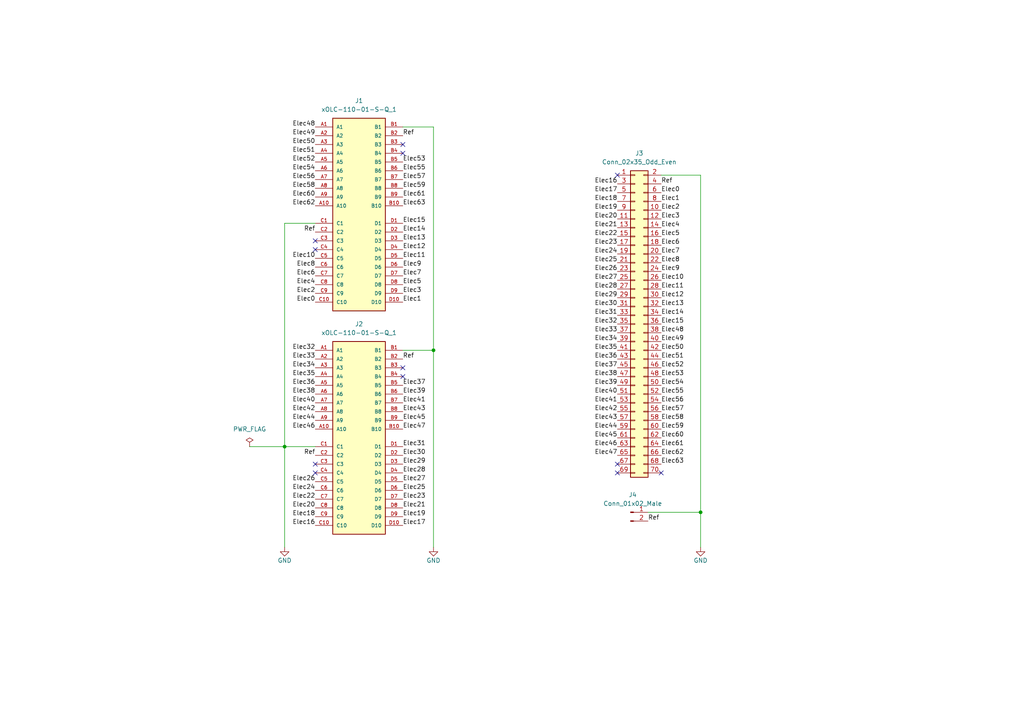
<source format=kicad_sch>
(kicad_sch (version 20230121) (generator eeschema)
  (paper "A4")
  (title_block (title "EIB for Neuronexus A64 probes") (rev "B") (company "Open Ephys, Inc.") (comment 1 "Jonathan P. Newman"))
  (lib_symbols
    (symbol "Connector:Conn_01x02_Male" (pin_names (offset 1.016) hide)
      (property "Reference" "J" (at 0 2.54 0))
      (property "Value" "Conn_01x02_Male" (at 0 -5.08 0))
      (symbol "Conn_01x02_Male_1_1"
        (polyline (pts (xy 1.27 -2.54) (xy 0.8636 -2.54)) (stroke (width 0.1524)))
        (polyline (pts (xy 1.27 0) (xy 0.8636 0)) (stroke (width 0.1524)))
        (rectangle (start 0.8636 -2.413) (end 0 -2.667) (stroke (width 0.1524)) (fill (type outline)))
        (rectangle (start 0.8636 0.127) (end 0 -0.127) (stroke (width 0.1524)) (fill (type outline)))
        (pin passive line (at 5.08 0 180) (length 3.81) (name "Pin_1") (number "1"))
        (pin passive line (at 5.08 -2.54 180) (length 3.81) (name "Pin_2") (number "2"))
      )
    )
    (symbol "Connector_Generic:Conn_02x35_Odd_Even" (pin_names (offset 1.016) hide)
      (property "Reference" "J" (at 1.27 45.72 0))
      (property "Value" "Conn_02x35_Odd_Even" (at 1.27 -45.72 0))
      (symbol "Conn_02x35_Odd_Even_1_1"
        (rectangle (start -1.27 -43.053) (end 0 -43.307) (stroke (width 0.1524)))
        (rectangle (start -1.27 -40.513) (end 0 -40.767) (stroke (width 0.1524)))
        (rectangle (start -1.27 -37.973) (end 0 -38.227) (stroke (width 0.1524)))
        (rectangle (start -1.27 -35.433) (end 0 -35.687) (stroke (width 0.1524)))
        (rectangle (start -1.27 -32.893) (end 0 -33.147) (stroke (width 0.1524)))
        (rectangle (start -1.27 -30.353) (end 0 -30.607) (stroke (width 0.1524)))
        (rectangle (start -1.27 -27.813) (end 0 -28.067) (stroke (width 0.1524)))
        (rectangle (start -1.27 -25.273) (end 0 -25.527) (stroke (width 0.1524)))
        (rectangle (start -1.27 -22.733) (end 0 -22.987) (stroke (width 0.1524)))
        (rectangle (start -1.27 -20.193) (end 0 -20.447) (stroke (width 0.1524)))
        (rectangle (start -1.27 -17.653) (end 0 -17.907) (stroke (width 0.1524)))
        (rectangle (start -1.27 -15.113) (end 0 -15.367) (stroke (width 0.1524)))
        (rectangle (start -1.27 -12.573) (end 0 -12.827) (stroke (width 0.1524)))
        (rectangle (start -1.27 -10.033) (end 0 -10.287) (stroke (width 0.1524)))
        (rectangle (start -1.27 -7.493) (end 0 -7.747) (stroke (width 0.1524)))
        (rectangle (start -1.27 -4.953) (end 0 -5.207) (stroke (width 0.1524)))
        (rectangle (start -1.27 -2.413) (end 0 -2.667) (stroke (width 0.1524)))
        (rectangle (start -1.27 0.127) (end 0 -0.127) (stroke (width 0.1524)))
        (rectangle (start -1.27 2.667) (end 0 2.413) (stroke (width 0.1524)))
        (rectangle (start -1.27 5.207) (end 0 4.953) (stroke (width 0.1524)))
        (rectangle (start -1.27 7.747) (end 0 7.493) (stroke (width 0.1524)))
        (rectangle (start -1.27 10.287) (end 0 10.033) (stroke (width 0.1524)))
        (rectangle (start -1.27 12.827) (end 0 12.573) (stroke (width 0.1524)))
        (rectangle (start -1.27 15.367) (end 0 15.113) (stroke (width 0.1524)))
        (rectangle (start -1.27 17.907) (end 0 17.653) (stroke (width 0.1524)))
        (rectangle (start -1.27 20.447) (end 0 20.193) (stroke (width 0.1524)))
        (rectangle (start -1.27 22.987) (end 0 22.733) (stroke (width 0.1524)))
        (rectangle (start -1.27 25.527) (end 0 25.273) (stroke (width 0.1524)))
        (rectangle (start -1.27 28.067) (end 0 27.813) (stroke (width 0.1524)))
        (rectangle (start -1.27 30.607) (end 0 30.353) (stroke (width 0.1524)))
        (rectangle (start -1.27 33.147) (end 0 32.893) (stroke (width 0.1524)))
        (rectangle (start -1.27 35.687) (end 0 35.433) (stroke (width 0.1524)))
        (rectangle (start -1.27 38.227) (end 0 37.973) (stroke (width 0.1524)))
        (rectangle (start -1.27 40.767) (end 0 40.513) (stroke (width 0.1524)))
        (rectangle (start -1.27 43.307) (end 0 43.053) (stroke (width 0.1524)))
        (rectangle (start -1.27 44.45) (end 3.81 -44.45) (stroke (width 0.254)) (fill (type background)))
        (rectangle (start 3.81 -43.053) (end 2.54 -43.307) (stroke (width 0.1524)))
        (rectangle (start 3.81 -40.513) (end 2.54 -40.767) (stroke (width 0.1524)))
        (rectangle (start 3.81 -37.973) (end 2.54 -38.227) (stroke (width 0.1524)))
        (rectangle (start 3.81 -35.433) (end 2.54 -35.687) (stroke (width 0.1524)))
        (rectangle (start 3.81 -32.893) (end 2.54 -33.147) (stroke (width 0.1524)))
        (rectangle (start 3.81 -30.353) (end 2.54 -30.607) (stroke (width 0.1524)))
        (rectangle (start 3.81 -27.813) (end 2.54 -28.067) (stroke (width 0.1524)))
        (rectangle (start 3.81 -25.273) (end 2.54 -25.527) (stroke (width 0.1524)))
        (rectangle (start 3.81 -22.733) (end 2.54 -22.987) (stroke (width 0.1524)))
        (rectangle (start 3.81 -20.193) (end 2.54 -20.447) (stroke (width 0.1524)))
        (rectangle (start 3.81 -17.653) (end 2.54 -17.907) (stroke (width 0.1524)))
        (rectangle (start 3.81 -15.113) (end 2.54 -15.367) (stroke (width 0.1524)))
        (rectangle (start 3.81 -12.573) (end 2.54 -12.827) (stroke (width 0.1524)))
        (rectangle (start 3.81 -10.033) (end 2.54 -10.287) (stroke (width 0.1524)))
        (rectangle (start 3.81 -7.493) (end 2.54 -7.747) (stroke (width 0.1524)))
        (rectangle (start 3.81 -4.953) (end 2.54 -5.207) (stroke (width 0.1524)))
        (rectangle (start 3.81 -2.413) (end 2.54 -2.667) (stroke (width 0.1524)))
        (rectangle (start 3.81 0.127) (end 2.54 -0.127) (stroke (width 0.1524)))
        (rectangle (start 3.81 2.667) (end 2.54 2.413) (stroke (width 0.1524)))
        (rectangle (start 3.81 5.207) (end 2.54 4.953) (stroke (width 0.1524)))
        (rectangle (start 3.81 7.747) (end 2.54 7.493) (stroke (width 0.1524)))
        (rectangle (start 3.81 10.287) (end 2.54 10.033) (stroke (width 0.1524)))
        (rectangle (start 3.81 12.827) (end 2.54 12.573) (stroke (width 0.1524)))
        (rectangle (start 3.81 15.367) (end 2.54 15.113) (stroke (width 0.1524)))
        (rectangle (start 3.81 17.907) (end 2.54 17.653) (stroke (width 0.1524)))
        (rectangle (start 3.81 20.447) (end 2.54 20.193) (stroke (width 0.1524)))
        (rectangle (start 3.81 22.987) (end 2.54 22.733) (stroke (width 0.1524)))
        (rectangle (start 3.81 25.527) (end 2.54 25.273) (stroke (width 0.1524)))
        (rectangle (start 3.81 28.067) (end 2.54 27.813) (stroke (width 0.1524)))
        (rectangle (start 3.81 30.607) (end 2.54 30.353) (stroke (width 0.1524)))
        (rectangle (start 3.81 33.147) (end 2.54 32.893) (stroke (width 0.1524)))
        (rectangle (start 3.81 35.687) (end 2.54 35.433) (stroke (width 0.1524)))
        (rectangle (start 3.81 38.227) (end 2.54 37.973) (stroke (width 0.1524)))
        (rectangle (start 3.81 40.767) (end 2.54 40.513) (stroke (width 0.1524)))
        (rectangle (start 3.81 43.307) (end 2.54 43.053) (stroke (width 0.1524)))
        (pin passive line (at -5.08 43.18 0) (length 3.81) (name "Pin_1") (number "1"))
        (pin passive line (at 7.62 33.02 180) (length 3.81) (name "Pin_10") (number "10"))
        (pin passive line (at -5.08 30.48 0) (length 3.81) (name "Pin_11") (number "11"))
        (pin passive line (at 7.62 30.48 180) (length 3.81) (name "Pin_12") (number "12"))
        (pin passive line (at -5.08 27.94 0) (length 3.81) (name "Pin_13") (number "13"))
        (pin passive line (at 7.62 27.94 180) (length 3.81) (name "Pin_14") (number "14"))
        (pin passive line (at -5.08 25.4 0) (length 3.81) (name "Pin_15") (number "15"))
        (pin passive line (at 7.62 25.4 180) (length 3.81) (name "Pin_16") (number "16"))
        (pin passive line (at -5.08 22.86 0) (length 3.81) (name "Pin_17") (number "17"))
        (pin passive line (at 7.62 22.86 180) (length 3.81) (name "Pin_18") (number "18"))
        (pin passive line (at -5.08 20.32 0) (length 3.81) (name "Pin_19") (number "19"))
        (pin passive line (at 7.62 43.18 180) (length 3.81) (name "Pin_2") (number "2"))
        (pin passive line (at 7.62 20.32 180) (length 3.81) (name "Pin_20") (number "20"))
        (pin passive line (at -5.08 17.78 0) (length 3.81) (name "Pin_21") (number "21"))
        (pin passive line (at 7.62 17.78 180) (length 3.81) (name "Pin_22") (number "22"))
        (pin passive line (at -5.08 15.24 0) (length 3.81) (name "Pin_23") (number "23"))
        (pin passive line (at 7.62 15.24 180) (length 3.81) (name "Pin_24") (number "24"))
        (pin passive line (at -5.08 12.7 0) (length 3.81) (name "Pin_25") (number "25"))
        (pin passive line (at 7.62 12.7 180) (length 3.81) (name "Pin_26") (number "26"))
        (pin passive line (at -5.08 10.16 0) (length 3.81) (name "Pin_27") (number "27"))
        (pin passive line (at 7.62 10.16 180) (length 3.81) (name "Pin_28") (number "28"))
        (pin passive line (at -5.08 7.62 0) (length 3.81) (name "Pin_29") (number "29"))
        (pin passive line (at -5.08 40.64 0) (length 3.81) (name "Pin_3") (number "3"))
        (pin passive line (at 7.62 7.62 180) (length 3.81) (name "Pin_30") (number "30"))
        (pin passive line (at -5.08 5.08 0) (length 3.81) (name "Pin_31") (number "31"))
        (pin passive line (at 7.62 5.08 180) (length 3.81) (name "Pin_32") (number "32"))
        (pin passive line (at -5.08 2.54 0) (length 3.81) (name "Pin_33") (number "33"))
        (pin passive line (at 7.62 2.54 180) (length 3.81) (name "Pin_34") (number "34"))
        (pin passive line (at -5.08 0 0) (length 3.81) (name "Pin_35") (number "35"))
        (pin passive line (at 7.62 0 180) (length 3.81) (name "Pin_36") (number "36"))
        (pin passive line (at -5.08 -2.54 0) (length 3.81) (name "Pin_37") (number "37"))
        (pin passive line (at 7.62 -2.54 180) (length 3.81) (name "Pin_38") (number "38"))
        (pin passive line (at -5.08 -5.08 0) (length 3.81) (name "Pin_39") (number "39"))
        (pin passive line (at 7.62 40.64 180) (length 3.81) (name "Pin_4") (number "4"))
        (pin passive line (at 7.62 -5.08 180) (length 3.81) (name "Pin_40") (number "40"))
        (pin passive line (at -5.08 -7.62 0) (length 3.81) (name "Pin_41") (number "41"))
        (pin passive line (at 7.62 -7.62 180) (length 3.81) (name "Pin_42") (number "42"))
        (pin passive line (at -5.08 -10.16 0) (length 3.81) (name "Pin_43") (number "43"))
        (pin passive line (at 7.62 -10.16 180) (length 3.81) (name "Pin_44") (number "44"))
        (pin passive line (at -5.08 -12.7 0) (length 3.81) (name "Pin_45") (number "45"))
        (pin passive line (at 7.62 -12.7 180) (length 3.81) (name "Pin_46") (number "46"))
        (pin passive line (at -5.08 -15.24 0) (length 3.81) (name "Pin_47") (number "47"))
        (pin passive line (at 7.62 -15.24 180) (length 3.81) (name "Pin_48") (number "48"))
        (pin passive line (at -5.08 -17.78 0) (length 3.81) (name "Pin_49") (number "49"))
        (pin passive line (at -5.08 38.1 0) (length 3.81) (name "Pin_5") (number "5"))
        (pin passive line (at 7.62 -17.78 180) (length 3.81) (name "Pin_50") (number "50"))
        (pin passive line (at -5.08 -20.32 0) (length 3.81) (name "Pin_51") (number "51"))
        (pin passive line (at 7.62 -20.32 180) (length 3.81) (name "Pin_52") (number "52"))
        (pin passive line (at -5.08 -22.86 0) (length 3.81) (name "Pin_53") (number "53"))
        (pin passive line (at 7.62 -22.86 180) (length 3.81) (name "Pin_54") (number "54"))
        (pin passive line (at -5.08 -25.4 0) (length 3.81) (name "Pin_55") (number "55"))
        (pin passive line (at 7.62 -25.4 180) (length 3.81) (name "Pin_56") (number "56"))
        (pin passive line (at -5.08 -27.94 0) (length 3.81) (name "Pin_57") (number "57"))
        (pin passive line (at 7.62 -27.94 180) (length 3.81) (name "Pin_58") (number "58"))
        (pin passive line (at -5.08 -30.48 0) (length 3.81) (name "Pin_59") (number "59"))
        (pin passive line (at 7.62 38.1 180) (length 3.81) (name "Pin_6") (number "6"))
        (pin passive line (at 7.62 -30.48 180) (length 3.81) (name "Pin_60") (number "60"))
        (pin passive line (at -5.08 -33.02 0) (length 3.81) (name "Pin_61") (number "61"))
        (pin passive line (at 7.62 -33.02 180) (length 3.81) (name "Pin_62") (number "62"))
        (pin passive line (at -5.08 -35.56 0) (length 3.81) (name "Pin_63") (number "63"))
        (pin passive line (at 7.62 -35.56 180) (length 3.81) (name "Pin_64") (number "64"))
        (pin passive line (at -5.08 -38.1 0) (length 3.81) (name "Pin_65") (number "65"))
        (pin passive line (at 7.62 -38.1 180) (length 3.81) (name "Pin_66") (number "66"))
        (pin passive line (at -5.08 -40.64 0) (length 3.81) (name "Pin_67") (number "67"))
        (pin passive line (at 7.62 -40.64 180) (length 3.81) (name "Pin_68") (number "68"))
        (pin passive line (at -5.08 -43.18 0) (length 3.81) (name "Pin_69") (number "69"))
        (pin passive line (at -5.08 35.56 0) (length 3.81) (name "Pin_7") (number "7"))
        (pin passive line (at 7.62 -43.18 180) (length 3.81) (name "Pin_70") (number "70"))
        (pin passive line (at 7.62 35.56 180) (length 3.81) (name "Pin_8") (number "8"))
        (pin passive line (at -5.08 33.02 0) (length 3.81) (name "Pin_9") (number "9"))
      )
    )
    (symbol "jonnew:xOLC-110-01-S-Q_1" (pin_names (offset 1.016))
      (property "Reference" "J" (at -8.128 29.0576 0))
      (property "Value" "xOLC-110-01-S-Q_1" (at -7.62 -30.48 0))
      (symbol "xOLC-110-01-S-Q_1_0_0"
        (rectangle (start -7.62 -27.94) (end 7.62 27.94) (stroke (width 0.254)) (fill (type background)))
        (pin passive line (at -12.7 25.4 0) (length 5.08) (name "A1") (number "A1"))
        (pin passive line (at -12.7 2.54 0) (length 5.08) (name "A10") (number "A10"))
        (pin passive line (at -12.7 22.86 0) (length 5.08) (name "A2") (number "A2"))
        (pin passive line (at -12.7 20.32 0) (length 5.08) (name "A3") (number "A3"))
        (pin passive line (at -12.7 17.78 0) (length 5.08) (name "A4") (number "A4"))
        (pin passive line (at -12.7 15.24 0) (length 5.08) (name "A5") (number "A5"))
        (pin passive line (at -12.7 12.7 0) (length 5.08) (name "A6") (number "A6"))
        (pin passive line (at -12.7 10.16 0) (length 5.08) (name "A7") (number "A7"))
        (pin passive line (at -12.7 7.62 0) (length 5.08) (name "A8") (number "A8"))
        (pin passive line (at -12.7 5.08 0) (length 5.08) (name "A9") (number "A9"))
        (pin passive line (at 12.7 25.4 180) (length 5.08) (name "B1") (number "B1"))
        (pin passive line (at 12.7 2.54 180) (length 5.08) (name "B10") (number "B10"))
        (pin passive line (at 12.7 22.86 180) (length 5.08) (name "B2") (number "B2"))
        (pin passive line (at 12.7 20.32 180) (length 5.08) (name "B3") (number "B3"))
        (pin passive line (at 12.7 17.78 180) (length 5.08) (name "B4") (number "B4"))
        (pin passive line (at 12.7 15.24 180) (length 5.08) (name "B5") (number "B5"))
        (pin passive line (at 12.7 12.7 180) (length 5.08) (name "B6") (number "B6"))
        (pin passive line (at 12.7 10.16 180) (length 5.08) (name "B7") (number "B7"))
        (pin passive line (at 12.7 7.62 180) (length 5.08) (name "B8") (number "B8"))
        (pin passive line (at 12.7 5.08 180) (length 5.08) (name "B9") (number "B9"))
        (pin passive line (at -12.7 -2.54 0) (length 5.08) (name "C1") (number "C1"))
        (pin passive line (at -12.7 -25.4 0) (length 5.08) (name "C10") (number "C10"))
        (pin passive line (at -12.7 -5.08 0) (length 5.08) (name "C2") (number "C2"))
        (pin passive line (at -12.7 -7.62 0) (length 5.08) (name "C3") (number "C3"))
        (pin passive line (at -12.7 -10.16 0) (length 5.08) (name "C4") (number "C4"))
        (pin passive line (at -12.7 -12.7 0) (length 5.08) (name "C5") (number "C5"))
        (pin passive line (at -12.7 -15.24 0) (length 5.08) (name "C6") (number "C6"))
        (pin passive line (at -12.7 -17.78 0) (length 5.08) (name "C7") (number "C7"))
        (pin passive line (at -12.7 -20.32 0) (length 5.08) (name "C8") (number "C8"))
        (pin passive line (at -12.7 -22.86 0) (length 5.08) (name "C9") (number "C9"))
        (pin passive line (at 12.7 -2.54 180) (length 5.08) (name "D1") (number "D1"))
        (pin passive line (at 12.7 -25.4 180) (length 5.08) (name "D10") (number "D10"))
        (pin passive line (at 12.7 -5.08 180) (length 5.08) (name "D2") (number "D2"))
        (pin passive line (at 12.7 -7.62 180) (length 5.08) (name "D3") (number "D3"))
        (pin passive line (at 12.7 -10.16 180) (length 5.08) (name "D4") (number "D4"))
        (pin passive line (at 12.7 -12.7 180) (length 5.08) (name "D5") (number "D5"))
        (pin passive line (at 12.7 -15.24 180) (length 5.08) (name "D6") (number "D6"))
        (pin passive line (at 12.7 -17.78 180) (length 5.08) (name "D7") (number "D7"))
        (pin passive line (at 12.7 -20.32 180) (length 5.08) (name "D8") (number "D8"))
        (pin passive line (at 12.7 -22.86 180) (length 5.08) (name "D9") (number "D9"))
      )
    )
    (symbol "power:GND" (power) (pin_names (offset 0))
      (property "Value" "GND" (at 0 -3.81 0))
      (symbol "GND_0_1"
        (polyline (pts (xy 0 0) (xy 0 -1.27) (xy 1.27 -1.27) (xy 0 -2.54) (xy -1.27 -1.27) (xy 0 -1.27)))
      )
      (symbol "GND_1_1"
        (pin power_in line (at 0 0 270) (length 0) hide (name "GND") (number "1"))
      )
    )
    (symbol "power:PWR_FLAG" (power) (pin_numbers hide) (pin_names (offset 0) hide)
      (property "Value" "PWR_FLAG" (at 0 3.81 0))
      (symbol "PWR_FLAG_0_0"
        (pin power_out line (at 0 0 90) (length 0) (name "pwr") (number "1"))
      )
      (symbol "PWR_FLAG_0_1"
        (polyline (pts (xy 0 0) (xy 0 1.27) (xy -1.016 1.905) (xy 0 2.54) (xy 1.016 1.905) (xy 0 1.27)))
      )
    )
  )
  (junction (at 82.55 129.54))
  (junction (at 125.73 101.6))
  (junction (at 203.2 148.59))
  (no_connect (at 179.07 50.8))
  (no_connect (at 91.44 69.85))
  (no_connect (at 91.44 72.39))
  (no_connect (at 116.84 106.68))
  (no_connect (at 116.84 109.22))
  (no_connect (at 91.44 134.62))
  (no_connect (at 91.44 137.16))
  (no_connect (at 116.84 44.45))
  (no_connect (at 116.84 41.91))
  (no_connect (at 179.07 134.62))
  (no_connect (at 179.07 137.16))
  (no_connect (at 191.77 137.16))
  (wire (pts (xy 116.84 101.6) (xy 125.73 101.6)))
  (wire (pts (xy 82.55 64.77) (xy 82.55 129.54)))
  (wire (pts (xy 72.39 129.54) (xy 82.55 129.54)))
  (wire (pts (xy 125.73 36.83) (xy 125.73 101.6)))
  (wire (pts (xy 116.84 36.83) (xy 125.73 36.83)))
  (wire (pts (xy 191.77 50.8) (xy 203.2 50.8)))
  (wire (pts (xy 125.73 101.6) (xy 125.73 158.75)))
  (wire (pts (xy 82.55 129.54) (xy 82.55 158.75)))
  (wire (pts (xy 203.2 50.8) (xy 203.2 148.59)))
  (wire (pts (xy 187.96 148.59) (xy 203.2 148.59)))
  (wire (pts (xy 203.2 148.59) (xy 203.2 158.75)))
  (wire (pts (xy 82.55 129.54) (xy 91.44 129.54)))
  (wire (pts (xy 91.44 64.77) (xy 82.55 64.77)))
  (label "Elec58" (at 191.77 121.92 0))
  (label "Elec36" (at 91.44 111.76 180))
  (label "Elec62" (at 191.77 132.08 0))
  (label "Elec47" (at 116.84 124.46 0))
  (label "Elec5" (at 116.84 82.55 0))
  (label "Ref" (at 187.96 151.13 0))
  (label "Elec44" (at 179.07 124.46 180))
  (label "Elec30" (at 116.84 132.08 0))
  (label "Elec18" (at 91.44 149.86 180))
  (label "Elec58" (at 91.44 54.61 180))
  (label "Elec6" (at 91.44 80.01 180))
  (label "Elec50" (at 191.77 101.6 0))
  (label "Elec2" (at 91.44 85.09 180))
  (label "Elec63" (at 116.84 59.69 0))
  (label "Elec29" (at 116.84 134.62 0))
  (label "Elec49" (at 91.44 39.37 180))
  (label "Elec35" (at 179.07 101.6 180))
  (label "Elec13" (at 191.77 88.9 0))
  (label "Elec10" (at 191.77 81.28 0))
  (label "Elec13" (at 116.84 69.85 0))
  (label "Elec39" (at 179.07 111.76 180))
  (label "Elec2" (at 191.77 60.96 0))
  (label "Elec52" (at 191.77 106.68 0))
  (label "Elec15" (at 191.77 93.98 0))
  (label "Elec59" (at 191.77 124.46 0))
  (label "Elec19" (at 116.84 149.86 0))
  (label "Elec28" (at 179.07 83.82 180))
  (label "Elec21" (at 116.84 147.32 0))
  (label "Elec7" (at 116.84 80.01 0))
  (label "Elec32" (at 179.07 93.98 180))
  (label "Elec1" (at 191.77 58.42 0))
  (label "Elec40" (at 179.07 114.3 180))
  (label "Elec55" (at 116.84 49.53 0))
  (label "Elec62" (at 91.44 59.69 180))
  (label "Elec41" (at 179.07 116.84 180))
  (label "Elec60" (at 191.77 127 0))
  (label "Elec41" (at 116.84 116.84 0))
  (label "Elec8" (at 91.44 77.47 180))
  (label "Elec45" (at 179.07 127 180))
  (label "Elec9" (at 116.84 77.47 0))
  (label "Elec38" (at 91.44 114.3 180))
  (label "Elec22" (at 91.44 144.78 180))
  (label "Elec39" (at 116.84 114.3 0))
  (label "Elec60" (at 91.44 57.15 180))
  (label "Elec28" (at 116.84 137.16 0))
  (label "Ref" (at 116.84 39.37 0))
  (label "Elec54" (at 91.44 49.53 180))
  (label "Elec3" (at 116.84 85.09 0))
  (label "Elec38" (at 179.07 109.22 180))
  (label "Elec56" (at 191.77 116.84 0))
  (label "Elec16" (at 179.07 53.34 180))
  (label "Elec10" (at 91.44 74.93 180))
  (label "Elec14" (at 191.77 91.44 0))
  (label "Elec33" (at 91.44 104.14 180))
  (label "Elec36" (at 179.07 104.14 180))
  (label "Elec11" (at 191.77 83.82 0))
  (label "Elec25" (at 116.84 142.24 0))
  (label "Elec44" (at 91.44 121.92 180))
  (label "Elec7" (at 191.77 73.66 0))
  (label "Elec17" (at 179.07 55.88 180))
  (label "Elec61" (at 191.77 129.54 0))
  (label "Elec32" (at 91.44 101.6 180))
  (label "Elec3" (at 191.77 63.5 0))
  (label "Elec23" (at 179.07 71.12 180))
  (label "Elec34" (at 179.07 99.06 180))
  (label "Elec11" (at 116.84 74.93 0))
  (label "Elec40" (at 91.44 116.84 180))
  (label "Elec61" (at 116.84 57.15 0))
  (label "Elec5" (at 191.77 68.58 0))
  (label "Elec47" (at 179.07 132.08 180))
  (label "Elec25" (at 179.07 76.2 180))
  (label "Elec26" (at 91.44 139.7 180))
  (label "Elec57" (at 191.77 119.38 0))
  (label "Elec4" (at 191.77 66.04 0))
  (label "Elec31" (at 179.07 91.44 180))
  (label "Elec43" (at 116.84 119.38 0))
  (label "Elec48" (at 91.44 36.83 180))
  (label "Elec53" (at 191.77 109.22 0))
  (label "Elec12" (at 191.77 86.36 0))
  (label "Elec14" (at 116.84 67.31 0))
  (label "Elec22" (at 179.07 68.58 180))
  (label "Elec42" (at 179.07 119.38 180))
  (label "Elec23" (at 116.84 144.78 0))
  (label "Elec45" (at 116.84 121.92 0))
  (label "Elec31" (at 116.84 129.54 0))
  (label "Elec30" (at 179.07 88.9 180))
  (label "Elec17" (at 116.84 152.4 0))
  (label "Elec57" (at 116.84 52.07 0))
  (label "Ref" (at 91.44 67.31 180))
  (label "Elec20" (at 91.44 147.32 180))
  (label "Ref" (at 91.44 132.08 180))
  (label "Elec59" (at 116.84 54.61 0))
  (label "Elec56" (at 91.44 52.07 180))
  (label "Elec29" (at 179.07 86.36 180))
  (label "Elec37" (at 179.07 106.68 180))
  (label "Elec37" (at 116.84 111.76 0))
  (label "Elec50" (at 91.44 41.91 180))
  (label "Elec0" (at 91.44 87.63 180))
  (label "Elec42" (at 91.44 119.38 180))
  (label "Ref" (at 116.84 104.14 0))
  (label "Elec35" (at 91.44 109.22 180))
  (label "Elec8" (at 191.77 76.2 0))
  (label "Elec53" (at 116.84 46.99 0))
  (label "Elec24" (at 91.44 142.24 180))
  (label "Elec1" (at 116.84 87.63 0))
  (label "Elec34" (at 91.44 106.68 180))
  (label "Elec46" (at 91.44 124.46 180))
  (label "Elec46" (at 179.07 129.54 180))
  (label "Elec51" (at 91.44 44.45 180))
  (label "Elec21" (at 179.07 66.04 180))
  (label "Elec0" (at 191.77 55.88 0))
  (label "Elec27" (at 116.84 139.7 0))
  (label "Elec33" (at 179.07 96.52 180))
  (label "Elec4" (at 91.44 82.55 180))
  (label "Elec27" (at 179.07 81.28 180))
  (label "Elec19" (at 179.07 60.96 180))
  (label "Elec18" (at 179.07 58.42 180))
  (label "Ref" (at 191.77 53.34 0))
  (label "Elec63" (at 191.77 134.62 0))
  (label "Elec43" (at 179.07 121.92 180))
  (label "Elec20" (at 179.07 63.5 180))
  (label "Elec16" (at 91.44 152.4 180))
  (label "Elec54" (at 191.77 111.76 0))
  (label "Elec6" (at 191.77 71.12 0))
  (label "Elec26" (at 179.07 78.74 180))
  (label "Elec24" (at 179.07 73.66 180))
  (label "Elec9" (at 191.77 78.74 0))
  (label "Elec51" (at 191.77 104.14 0))
  (label "Elec15" (at 116.84 64.77 0))
  (label "Elec49" (at 191.77 99.06 0))
  (label "Elec55" (at 191.77 114.3 0))
  (label "Elec52" (at 91.44 46.99 180))
  (label "Elec12" (at 116.84 72.39 0))
  (label "Elec48" (at 191.77 96.52 0))
  (symbol (lib_id "jonnew:xOLC-110-01-S-Q_1") (at 104.14 62.23 0) (unit 1)
    (property "Reference" "J1" (at 104.14 29.21 0))
    (property "Value" "xOLC-110-01-S-Q_1" (at 104.14 31.75 0))
    (property "Footprint" "jonnew:SAMTEC_FOLC-110-01-S-Q" (effects hide))
    (property "MANUFACTURER" "SAMTEC" (effects hide))
  )
  (symbol (lib_id "power:GND") (at 82.55 158.75 0) (unit 1)
    (property "Reference" "#PWR02" (effects hide))
    (property "Value" "GND" (at 82.55 162.56 0))
  )
  (symbol (lib_id "Connector:Conn_01x02_Male") (at 182.88 148.59 0) (unit 1)
    (property "Reference" "J4" (at 183.515 143.51 0))
    (property "Value" "Conn_01x02_Male" (at 183.515 146.05 0))
    (property "Footprint" "Connector_PinHeader_2.54mm:PinHeader_1x02_P2.54mm_Horizontal" (effects hide))
  )
  (symbol (lib_id "Connector_Generic:Conn_02x35_Odd_Even") (at 184.15 93.98 0) (unit 1)
    (property "Reference" "J3" (at 185.42 44.45 0))
    (property "Value" "Conn_02x35_Odd_Even" (at 185.42 46.99 0))
    (property "Footprint" "jonnew:HIROSE_DF40C(2.0)-70DS-0.4V(51)" (effects hide))
  )
  (symbol (lib_id "power:PWR_FLAG") (at 72.39 129.54 0) (unit 1)
    (property "Reference" "#FLG0101" (effects hide))
    (property "Value" "PWR_FLAG" (at 72.39 124.46 0))
  )
  (symbol (lib_id "power:GND") (at 203.2 158.75 0) (unit 1)
    (property "Reference" "#PWR0101" (effects hide))
    (property "Value" "GND" (at 203.2 162.56 0))
  )
  (symbol (lib_id "jonnew:xOLC-110-01-S-Q_1") (at 104.14 127 0) (unit 1)
    (property "Reference" "J2" (at 104.14 93.98 0))
    (property "Value" "xOLC-110-01-S-Q_1" (at 104.14 96.52 0))
    (property "Footprint" "jonnew:SAMTEC_FOLC-110-01-S-Q" (effects hide))
    (property "MANUFACTURER" "SAMTEC" (effects hide))
  )
  (symbol (lib_id "power:GND") (at 125.73 158.75 0) (unit 1)
    (property "Reference" "#PWR01" (effects hide))
    (property "Value" "GND" (at 125.73 162.56 0))
  )
)
</source>
